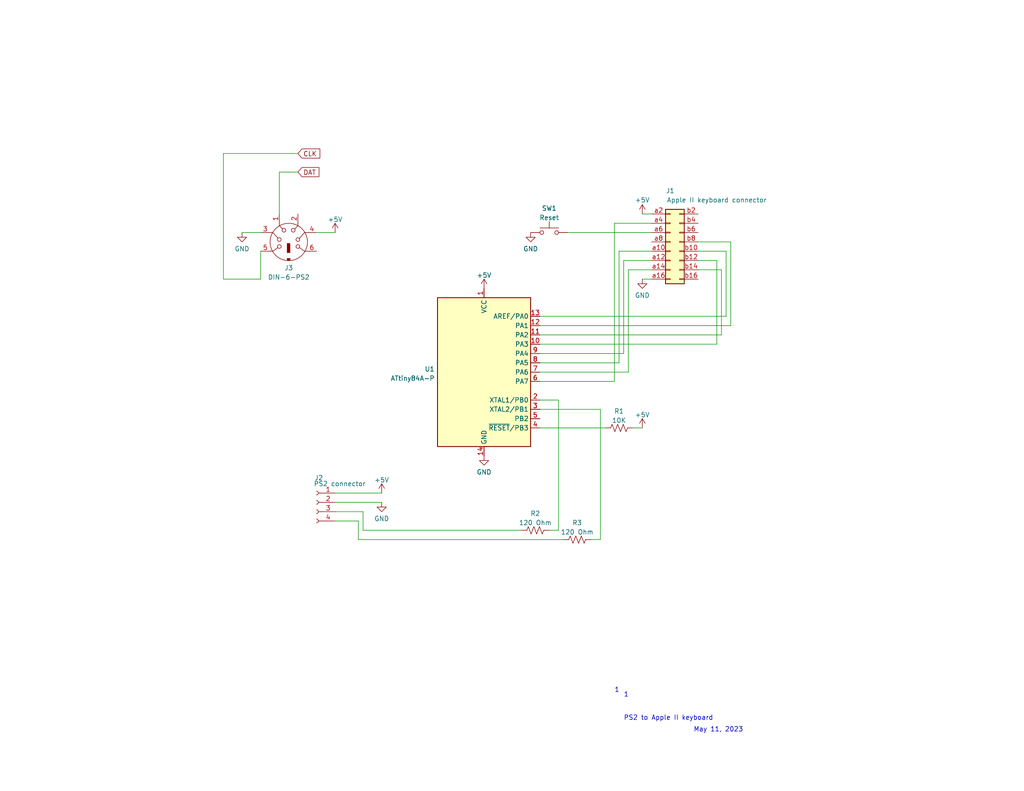
<source format=kicad_sch>
(kicad_sch (version 20211123) (generator eeschema)
  (paper "USLetter")
  (lib_symbols
    (symbol "Connector:Conn_01x04_Female" (pin_names (offset 1.016) hide)
      (property "Reference" "J" (at 0 5.08 0))
      (property "Value" "Conn_01x04_Female" (at 0 -7.62 0))
      (symbol "Conn_01x04_Female_1_1"
        (arc (start 0 -4.572) (mid -0.508 -5.08) (end 0 -5.588) (stroke (width 0.1524)))
        (arc (start 0 -2.032) (mid -0.508 -2.54) (end 0 -3.048) (stroke (width 0.1524)))
        (polyline (pts (xy -1.27 -5.08) (xy -0.508 -5.08)) (stroke (width 0.1524)))
        (polyline (pts (xy -1.27 -2.54) (xy -0.508 -2.54)) (stroke (width 0.1524)))
        (polyline (pts (xy -1.27 0) (xy -0.508 0)) (stroke (width 0.1524)))
        (polyline (pts (xy -1.27 2.54) (xy -0.508 2.54)) (stroke (width 0.1524)))
        (arc (start 0 0.508) (mid -0.508 0) (end 0 -0.508) (stroke (width 0.1524)))
        (arc (start 0 3.048) (mid -0.508 2.54) (end 0 2.032) (stroke (width 0.1524)))
        (pin passive line (at -5.08 2.54 0) (length 3.81) (name "Pin_1") (number "1"))
        (pin passive line (at -5.08 0 0) (length 3.81) (name "Pin_2") (number "2"))
        (pin passive line (at -5.08 -2.54 0) (length 3.81) (name "Pin_3") (number "3"))
        (pin passive line (at -5.08 -5.08 0) (length 3.81) (name "Pin_4") (number "4"))
      )
    )
    (symbol "Connector:DIN41612_02x08_AB_EvenPins" (pin_names (offset 1.016) hide)
      (property "Reference" "J" (at 1.27 10.16 0))
      (property "Value" "DIN41612_02x08_AB_EvenPins" (at 1.27 -12.7 0))
      (symbol "DIN41612_02x08_AB_EvenPins_1_1"
        (rectangle (start -1.27 -10.033) (end 0 -10.287) (stroke (width 0.1524)))
        (rectangle (start -1.27 -7.493) (end 0 -7.747) (stroke (width 0.1524)))
        (rectangle (start -1.27 -4.953) (end 0 -5.207) (stroke (width 0.1524)))
        (rectangle (start -1.27 -2.413) (end 0 -2.667) (stroke (width 0.1524)))
        (rectangle (start -1.27 0.127) (end 0 -0.127) (stroke (width 0.1524)))
        (rectangle (start -1.27 2.667) (end 0 2.413) (stroke (width 0.1524)))
        (rectangle (start -1.27 5.207) (end 0 4.953) (stroke (width 0.1524)))
        (rectangle (start -1.27 7.747) (end 0 7.493) (stroke (width 0.1524)))
        (rectangle (start -1.27 8.89) (end 3.81 -11.43) (stroke (width 0.254)) (fill (type background)))
        (rectangle (start 3.81 -10.033) (end 2.54 -10.287) (stroke (width 0.1524)))
        (rectangle (start 3.81 -7.493) (end 2.54 -7.747) (stroke (width 0.1524)))
        (rectangle (start 3.81 -4.953) (end 2.54 -5.207) (stroke (width 0.1524)))
        (rectangle (start 3.81 -2.413) (end 2.54 -2.667) (stroke (width 0.1524)))
        (rectangle (start 3.81 0.127) (end 2.54 -0.127) (stroke (width 0.1524)))
        (rectangle (start 3.81 2.667) (end 2.54 2.413) (stroke (width 0.1524)))
        (rectangle (start 3.81 5.207) (end 2.54 4.953) (stroke (width 0.1524)))
        (rectangle (start 3.81 7.747) (end 2.54 7.493) (stroke (width 0.1524)))
        (pin passive line (at -5.08 -2.54 0) (length 3.81) (name "Pin_a10") (number "a10"))
        (pin passive line (at -5.08 -5.08 0) (length 3.81) (name "Pin_a12") (number "a12"))
        (pin passive line (at -5.08 -7.62 0) (length 3.81) (name "Pin_a14") (number "a14"))
        (pin passive line (at -5.08 -10.16 0) (length 3.81) (name "Pin_a16") (number "a16"))
        (pin passive line (at -5.08 7.62 0) (length 3.81) (name "Pin_a2") (number "a2"))
        (pin passive line (at -5.08 5.08 0) (length 3.81) (name "Pin_a4") (number "a4"))
        (pin passive line (at -5.08 2.54 0) (length 3.81) (name "Pin_a6") (number "a6"))
        (pin passive line (at -5.08 0 0) (length 3.81) (name "Pin_a8") (number "a8"))
        (pin passive line (at 7.62 -2.54 180) (length 3.81) (name "Pin_b10") (number "b10"))
        (pin passive line (at 7.62 -5.08 180) (length 3.81) (name "Pin_b12") (number "b12"))
        (pin passive line (at 7.62 -7.62 180) (length 3.81) (name "Pin_b14") (number "b14"))
        (pin passive line (at 7.62 -10.16 180) (length 3.81) (name "Pin_b16") (number "b16"))
        (pin passive line (at 7.62 7.62 180) (length 3.81) (name "Pin_b2") (number "b2"))
        (pin passive line (at 7.62 5.08 180) (length 3.81) (name "Pin_b4") (number "b4"))
        (pin passive line (at 7.62 2.54 180) (length 3.81) (name "Pin_b6") (number "b6"))
        (pin passive line (at 7.62 0 180) (length 3.81) (name "Pin_b8") (number "b8"))
      )
    )
    (symbol "Device:R_US" (pin_numbers hide) (pin_names (offset 0))
      (property "Reference" "R" (at 2.54 0 90))
      (property "Value" "R_US" (at -2.54 0 90))
      (symbol "R_US_0_1"
        (polyline (pts (xy 0 -2.286) (xy 0 -2.54)))
        (polyline (pts (xy 0 2.286) (xy 0 2.54)))
        (polyline (pts (xy 0 -0.762) (xy 1.016 -1.143) (xy 0 -1.524) (xy -1.016 -1.905) (xy 0 -2.286)))
        (polyline (pts (xy 0 0.762) (xy 1.016 0.381) (xy 0 0) (xy -1.016 -0.381) (xy 0 -0.762)))
        (polyline (pts (xy 0 2.286) (xy 1.016 1.905) (xy 0 1.524) (xy -1.016 1.143) (xy 0 0.762)))
      )
      (symbol "R_US_1_1"
        (pin passive line (at 0 3.81 270) (length 1.27) (name "~") (number "1"))
        (pin passive line (at 0 -3.81 90) (length 1.27) (name "~") (number "2"))
      )
    )
    (symbol "MCU_Microchip_ATtiny:ATtiny84A-P"
      (property "Reference" "U" (at -12.7 21.59 0))
      (property "Value" "ATtiny84A-P" (at 2.54 -21.59 0))
      (symbol "ATtiny84A-P_0_1"
        (rectangle (start -12.7 -20.32) (end 12.7 20.32) (stroke (width 0.254)) (fill (type background)))
      )
      (symbol "ATtiny84A-P_1_1"
        (pin power_in line (at 0 22.86 270) (length 2.54) (name "VCC") (number "1"))
        (pin bidirectional line (at 15.24 7.62 180) (length 2.54) (name "PA3") (number "10"))
        (pin bidirectional line (at 15.24 10.16 180) (length 2.54) (name "PA2") (number "11"))
        (pin bidirectional line (at 15.24 12.7 180) (length 2.54) (name "PA1") (number "12"))
        (pin bidirectional line (at 15.24 15.24 180) (length 2.54) (name "AREF/PA0") (number "13"))
        (pin power_in line (at 0 -22.86 90) (length 2.54) (name "GND") (number "14"))
        (pin bidirectional line (at 15.24 -7.62 180) (length 2.54) (name "XTAL1/PB0") (number "2"))
        (pin bidirectional line (at 15.24 -10.16 180) (length 2.54) (name "XTAL2/PB1") (number "3"))
        (pin bidirectional line (at 15.24 -15.24 180) (length 2.54) (name "~{RESET}/PB3") (number "4"))
        (pin bidirectional line (at 15.24 -12.7 180) (length 2.54) (name "PB2") (number "5"))
        (pin bidirectional line (at 15.24 -2.54 180) (length 2.54) (name "PA7") (number "6"))
        (pin bidirectional line (at 15.24 0 180) (length 2.54) (name "PA6") (number "7"))
        (pin bidirectional line (at 15.24 2.54 180) (length 2.54) (name "PA5") (number "8"))
        (pin bidirectional line (at 15.24 5.08 180) (length 2.54) (name "PA4") (number "9"))
      )
    )
    (symbol "Switch:SW_Push" (pin_numbers hide) (pin_names (offset 1.016) hide)
      (property "Reference" "SW" (at 1.27 2.54 0))
      (property "Value" "SW_Push" (at 0 -1.524 0))
      (symbol "SW_Push_0_1"
        (circle (center -2.032 0) (radius 0.508))
        (polyline (pts (xy 0 1.27) (xy 0 3.048)))
        (polyline (pts (xy 2.54 1.27) (xy -2.54 1.27)))
        (circle (center 2.032 0) (radius 0.508))
        (pin passive line (at -5.08 0 0) (length 2.54) (name "1") (number "1"))
        (pin passive line (at 5.08 0 180) (length 2.54) (name "2") (number "2"))
      )
    )
    (symbol "apple:DIN-6-PS2" (pin_names (offset 1.016))
      (property "Reference" "J" (at 5.1308 6.7564 0))
      (property "Value" "DIN-6-PS2" (at 4.5466 -6.4262 0))
      (symbol "DIN-6-PS2_0_1"
        (circle (center -2.54 -1.27) (radius 0.508))
        (circle (center -2.54 0.635) (radius 0.508))
        (circle (center -1.27 3.175) (radius 0.508))
        (rectangle (start -0.381 -4.5212) (end 0.4064 -4.953) (stroke (width 0.1524)) (fill (type outline)))
        (polyline (pts (xy -2.54 5.08) (xy -2.5146 4.4196)))
        (polyline (pts (xy -2.4638 4.3942) (xy -1.651 3.5306)))
        (polyline (pts (xy 2.5146 4.3942) (xy 1.6764 3.4798)))
        (polyline (pts (xy 2.54 5.1054) (xy 2.54 4.3942)))
        (polyline (pts (xy -5.08 -2.54) (xy -4.318 -2.54) (xy -2.9718 -1.5748)))
        (polyline (pts (xy -5.08 2.54) (xy -4.318 2.54) (xy -2.921 1.0668)))
        (polyline (pts (xy 5.08 -2.54) (xy 4.318 -2.54) (xy 2.9972 -1.5748)))
        (polyline (pts (xy 5.08 2.54) (xy 4.318 2.54) (xy 2.9718 0.9398)))
        (circle (center 0.0508 -0.0254) (radius 5.1009) (stroke (width 0.1524)))
        (rectangle (start 0.381 -2.921) (end -0.381 -0.4318) (stroke (width 0.1524)) (fill (type outline)))
        (circle (center 1.27 3.175) (radius 0.508))
        (circle (center 2.54 -1.27) (radius 0.508))
        (circle (center 2.54 0.635) (radius 0.508))
      )
      (symbol "DIN-6-PS2_1_1"
        (pin passive line (at -2.54 7.62 270) (length 2.54) (name "~") (number "1"))
        (pin passive line (at 2.54 7.62 270) (length 2.54) (name "~") (number "2"))
        (pin passive line (at -7.62 2.54 0) (length 2.54) (name "~") (number "3"))
        (pin passive line (at 7.62 2.54 180) (length 2.54) (name "~") (number "4"))
        (pin passive line (at -7.62 -2.54 0) (length 2.54) (name "~") (number "5"))
        (pin passive line (at 7.62 -2.54 180) (length 2.54) (name "~") (number "6"))
      )
    )
    (symbol "power:+5V" (power) (pin_names (offset 0))
      (property "Value" "+5V" (at 0 3.556 0))
      (symbol "+5V_0_1"
        (polyline (pts (xy -0.762 1.27) (xy 0 2.54)))
        (polyline (pts (xy 0 0) (xy 0 2.54)))
        (polyline (pts (xy 0 2.54) (xy 0.762 1.27)))
      )
      (symbol "+5V_1_1"
        (pin power_in line (at 0 0 90) (length 0) hide (name "+5V") (number "1"))
      )
    )
    (symbol "power:GND" (power) (pin_names (offset 0))
      (property "Value" "GND" (at 0 -3.81 0))
      (symbol "GND_0_1"
        (polyline (pts (xy 0 0) (xy 0 -1.27) (xy 1.27 -1.27) (xy 0 -2.54) (xy -1.27 -1.27) (xy 0 -1.27)))
      )
      (symbol "GND_1_1"
        (pin power_in line (at 0 0 270) (length 0) hide (name "GND") (number "1"))
      )
    )
  )
  (wire (pts (xy 190.5 73.66) (xy 196.85 73.66)))
  (wire (pts (xy 172.72 116.84) (xy 175.26 116.84)))
  (wire (pts (xy 168.91 68.58) (xy 168.91 99.06)))
  (wire (pts (xy 177.8 73.66) (xy 171.45 73.66)))
  (wire (pts (xy 81.28 41.91) (xy 60.96 41.91)))
  (wire (pts (xy 60.96 76.2) (xy 71.12 76.2)))
  (wire (pts (xy 76.2 46.99) (xy 76.2 58.42)))
  (wire (pts (xy 199.39 88.9) (xy 147.32 88.9)))
  (wire (pts (xy 195.58 71.12) (xy 195.58 93.98)))
  (wire (pts (xy 177.8 71.12) (xy 170.18 71.12)))
  (wire (pts (xy 86.36 63.5) (xy 91.44 63.5)))
  (wire (pts (xy 199.39 66.04) (xy 199.39 88.9)))
  (wire (pts (xy 97.79 142.24) (xy 97.79 147.32)))
  (wire (pts (xy 167.64 60.96) (xy 167.64 104.14)))
  (wire (pts (xy 91.44 139.7) (xy 99.06 139.7)))
  (wire (pts (xy 175.26 58.42) (xy 177.8 58.42)))
  (wire (pts (xy 195.58 93.98) (xy 147.32 93.98)))
  (wire (pts (xy 99.06 144.78) (xy 142.24 144.78)))
  (wire (pts (xy 167.64 104.14) (xy 147.32 104.14)))
  (wire (pts (xy 170.18 71.12) (xy 170.18 96.52)))
  (wire (pts (xy 81.28 46.99) (xy 76.2 46.99)))
  (wire (pts (xy 149.86 144.78) (xy 152.4 144.78)))
  (wire (pts (xy 91.44 137.16) (xy 104.14 137.16)))
  (wire (pts (xy 154.94 63.5) (xy 177.8 63.5)))
  (wire (pts (xy 161.29 147.32) (xy 163.83 147.32)))
  (wire (pts (xy 171.45 73.66) (xy 171.45 101.6)))
  (wire (pts (xy 163.83 111.76) (xy 147.32 111.76)))
  (wire (pts (xy 198.12 68.58) (xy 198.12 86.36)))
  (wire (pts (xy 190.5 66.04) (xy 199.39 66.04)))
  (wire (pts (xy 60.96 41.91) (xy 60.96 76.2)))
  (wire (pts (xy 147.32 116.84) (xy 165.1 116.84)))
  (wire (pts (xy 97.79 147.32) (xy 153.67 147.32)))
  (wire (pts (xy 152.4 144.78) (xy 152.4 109.22)))
  (wire (pts (xy 91.44 142.24) (xy 97.79 142.24)))
  (wire (pts (xy 175.26 76.2) (xy 177.8 76.2)))
  (wire (pts (xy 168.91 99.06) (xy 147.32 99.06)))
  (wire (pts (xy 196.85 91.44) (xy 147.32 91.44)))
  (wire (pts (xy 99.06 139.7) (xy 99.06 144.78)))
  (wire (pts (xy 91.44 134.62) (xy 104.14 134.62)))
  (wire (pts (xy 190.5 71.12) (xy 195.58 71.12)))
  (wire (pts (xy 170.18 96.52) (xy 147.32 96.52)))
  (wire (pts (xy 196.85 73.66) (xy 196.85 91.44)))
  (wire (pts (xy 171.45 101.6) (xy 147.32 101.6)))
  (wire (pts (xy 71.12 76.2) (xy 71.12 68.58)))
  (wire (pts (xy 152.4 109.22) (xy 147.32 109.22)))
  (wire (pts (xy 177.8 60.96) (xy 167.64 60.96)))
  (wire (pts (xy 190.5 68.58) (xy 198.12 68.58)))
  (wire (pts (xy 177.8 68.58) (xy 168.91 68.58)))
  (wire (pts (xy 66.04 63.5) (xy 71.12 63.5)))
  (wire (pts (xy 163.83 147.32) (xy 163.83 111.76)))
  (wire (pts (xy 198.12 86.36) (xy 147.32 86.36)))
  (text "1" (at 167.64 189.23 0) (effects (font (size 1.27 1.27)) (justify left bottom)))
  (text "PS2 to Apple II keyboard" (at 170.18 196.85 0) (effects (font (size 1.27 1.27)) (justify left bottom)))
  (text "May 11, 2023" (at 189.23 200.025 0) (effects (font (size 1.27 1.27)) (justify left bottom)))
  (text "1" (at 170.18 190.5 0) (effects (font (size 1.27 1.27)) (justify left bottom)))
  (global_label "CLK" (shape input) (at 81.28 41.91 0) (property "Intersheet References" "${INTERSHEET_REFS}" (effects hide)))
  (global_label "DAT" (shape input) (at 81.28 46.99 0) (property "Intersheet References" "${INTERSHEET_REFS}" (effects hide)))
  (symbol (lib_id "power:GND") (at 144.78 63.5 0) (unit 1)
    (property "Reference" "#PWR?" (effects hide))
    (property "Value" "GND" (at 144.78 67.9434 0))
  )
  (symbol (lib_id "power:GND") (at 175.26 76.2 0) (unit 1)
    (property "Reference" "#PWR?" (effects hide))
    (property "Value" "GND" (at 175.26 80.6434 0))
  )
  (symbol (lib_id "power:+5V") (at 175.26 116.84 0) (unit 1)
    (property "Reference" "#PWR?" (effects hide))
    (property "Value" "+5V" (at 175.26 113.2642 0))
  )
  (symbol (lib_id "Connector:Conn_01x04_Female") (at 86.36 137.16 0) (mirror y) (unit 1)
    (property "Reference" "J2" (at 86.995 130.463 0))
    (property "Value" "PS2 connector" (at 92.71 132.08 0))
  )
  (symbol (lib_id "Device:R_US") (at 146.05 144.78 90) (unit 1)
    (property "Reference" "R2" (at 146.05 140.1912 90))
    (property "Value" "120 Ohm" (at 146.05 142.7281 90))
  )
  (symbol (lib_id "MCU_Microchip_ATtiny:ATtiny84A-P") (at 132.08 101.6 0) (unit 1)
    (property "Reference" "U1" (at 118.6181 100.7653 0) (effects (justify right)))
    (property "Value" "ATtiny84A-P" (at 118.6181 103.3022 0) (effects (justify right)))
    (property "Footprint" "Package_DIP:DIP-14_W7.62mm" (effects hide))
    (property "Datasheet" "http://ww1.microchip.com/downloads/en/DeviceDoc/doc8183.pdf" (effects hide))
  )
  (symbol (lib_id "Device:R_US") (at 168.91 116.84 90) (unit 1)
    (property "Reference" "R1" (at 168.91 112.2512 90))
    (property "Value" "10K" (at 168.91 114.7881 90))
  )
  (symbol (lib_id "power:+5V") (at 104.14 134.62 0) (unit 1)
    (property "Reference" "#PWR?" (effects hide))
    (property "Value" "+5V" (at 104.14 131.0442 0))
  )
  (symbol (lib_id "Device:R_US") (at 157.48 147.32 90) (unit 1)
    (property "Reference" "R3" (at 157.48 142.7312 90))
    (property "Value" "120 Ohm" (at 157.48 145.2681 90))
  )
  (symbol (lib_id "power:GND") (at 104.14 137.16 0) (unit 1)
    (property "Reference" "#PWR?" (effects hide))
    (property "Value" "GND" (at 104.14 141.6034 0))
  )
  (symbol (lib_id "power:+5V") (at 91.44 63.5 0) (unit 1)
    (property "Reference" "#PWR?" (effects hide))
    (property "Value" "+5V" (at 91.44 59.9242 0))
  )
  (symbol (lib_id "Connector:DIN41612_02x08_AB_EvenPins") (at 182.88 66.04 0) (unit 1)
    (property "Reference" "J1" (at 182.88 52.07 0))
    (property "Value" "Apple II keyboard connector" (at 195.58 54.61 0))
  )
  (symbol (lib_id "power:+5V") (at 175.26 58.42 0) (unit 1)
    (property "Reference" "#PWR?" (effects hide))
    (property "Value" "+5V" (at 175.26 54.61 0))
  )
  (symbol (lib_id "power:GND") (at 132.08 124.46 0) (unit 1)
    (property "Reference" "#PWR?" (effects hide))
    (property "Value" "GND" (at 132.08 128.9034 0))
  )
  (symbol (lib_id "Switch:SW_Push") (at 149.86 63.5 0) (unit 1)
    (property "Reference" "SW1" (at 149.86 56.8792 0))
    (property "Value" "Reset" (at 149.86 59.4161 0))
  )
  (symbol (lib_id "apple:DIN-6-PS2") (at 78.74 66.04 0) (unit 1)
    (property "Reference" "J3" (at 78.7908 73.1459 0))
    (property "Value" "DIN-6-PS2" (at 78.7908 75.6828 0))
    (property "Datasheet" "http://www.mouser.com/ds/2/18/40_c091_abd_e-75918.pdf" (effects hide))
  )
  (symbol (lib_id "power:GND") (at 66.04 63.5 0) (unit 1)
    (property "Reference" "#PWR?" (effects hide))
    (property "Value" "GND" (at 66.04 67.9434 0))
  )
  (symbol (lib_id "power:+5V") (at 132.08 78.74 0) (unit 1)
    (property "Reference" "#PWR?" (effects hide))
    (property "Value" "+5V" (at 132.08 75.1642 0))
  )
)
</source>
